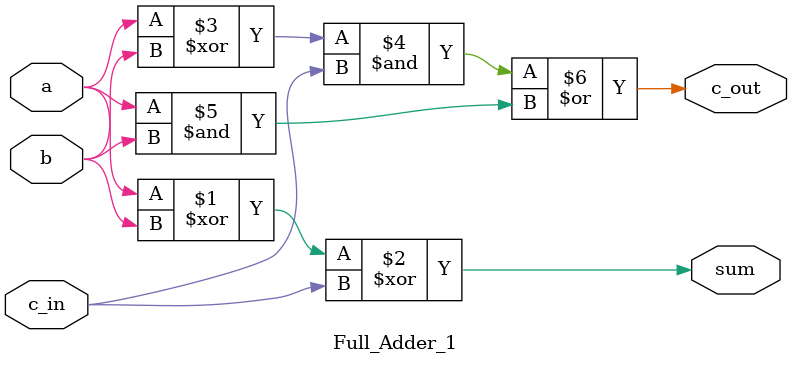
<source format=v>
`timescale 1ns / 1ps


module Full_Adder_1(
    input wire a,
    input wire b,
    input wire c_in,
    output wire c_out,
    output wire sum
);
    assign sum = a ^ b ^ c_in;
    assign c_out = ((a ^ b) & c_in) | (a & b);
endmodule

</source>
